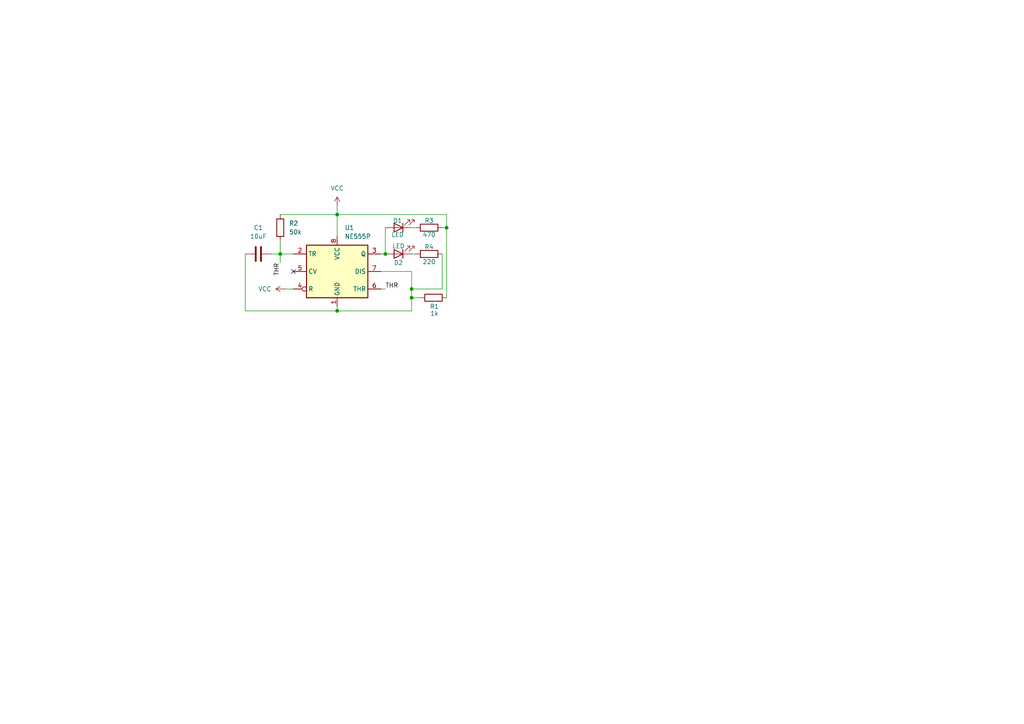
<source format=kicad_sch>
(kicad_sch (version 20231120) (generator "eeschema") (generator_version "8.0")
  (paper "A4")
  (lib_symbols
    (symbol "Device:C" (pin_numbers hide) (pin_names (offset 0.254))
      (property "Reference" "C" (at 0.635 2.54 0))
      (property "Value" "C" (at 0.635 -2.54 0))
      (symbol "C_0_1"
        (polyline (pts (xy -2.032 -0.762) (xy 2.032 -0.762)) (stroke (width 0.508)))
        (polyline (pts (xy -2.032 0.762) (xy 2.032 0.762)) (stroke (width 0.508)))
      )
      (symbol "C_1_1"
        (pin passive line (at 0 3.81 270) (length 2.794) (name "~") (number "1"))
        (pin passive line (at 0 -3.81 90) (length 2.794) (name "~") (number "2"))
      )
    )
    (symbol "Device:LED" (pin_numbers hide) (pin_names (offset 1.016) hide)
      (property "Reference" "D" (at 0 2.54 0))
      (property "Value" "LED" (at 0 -2.54 0))
      (symbol "LED_0_1"
        (polyline (pts (xy -1.27 -1.27) (xy -1.27 1.27)) (stroke (width 0.254)))
        (polyline (pts (xy -1.27 0) (xy 1.27 0)))
        (polyline (pts (xy 1.27 -1.27) (xy 1.27 1.27) (xy -1.27 0) (xy 1.27 -1.27)) (stroke (width 0.254)))
        (polyline (pts (xy -3.048 -0.762) (xy -4.572 -2.286) (xy -3.81 -2.286) (xy -4.572 -2.286) (xy -4.572 -1.524)))
        (polyline (pts (xy -1.778 -0.762) (xy -3.302 -2.286) (xy -2.54 -2.286) (xy -3.302 -2.286) (xy -3.302 -1.524)))
      )
      (symbol "LED_1_1"
        (pin passive line (at -3.81 0 0) (length 2.54) (name "K") (number "1"))
        (pin passive line (at 3.81 0 180) (length 2.54) (name "A") (number "2"))
      )
    )
    (symbol "Device:R" (pin_numbers hide) (pin_names (offset 0))
      (property "Reference" "R" (at 2.032 0 90))
      (property "Value" "R" (at 0 0 90))
      (symbol "R_0_1"
        (rectangle (start -1.016 -2.54) (end 1.016 2.54) (stroke (width 0.254)))
      )
      (symbol "R_1_1"
        (pin passive line (at 0 3.81 270) (length 1.27) (name "~") (number "1"))
        (pin passive line (at 0 -3.81 90) (length 1.27) (name "~") (number "2"))
      )
    )
    (symbol "Timer:NE555P"
      (property "Reference" "U" (at -10.16 8.89 0))
      (property "Value" "NE555P" (at 2.54 8.89 0))
      (symbol "NE555P_0_0"
        (pin power_in line (at 0 -10.16 90) (length 2.54) (name "GND") (number "1"))
        (pin power_in line (at 0 10.16 270) (length 2.54) (name "VCC") (number "8"))
      )
      (symbol "NE555P_0_1"
        (rectangle (start -8.89 -7.62) (end 8.89 7.62) (stroke (width 0.254)) (fill (type background)))
        (rectangle (start -8.89 -7.62) (end 8.89 7.62) (stroke (width 0.254)) (fill (type background)))
      )
      (symbol "NE555P_1_1"
        (pin input line (at -12.7 5.08 0) (length 3.81) (name "TR") (number "2"))
        (pin output line (at 12.7 5.08 180) (length 3.81) (name "Q") (number "3"))
        (pin input inverted (at -12.7 -5.08 0) (length 3.81) (name "R") (number "4"))
        (pin input line (at -12.7 0 0) (length 3.81) (name "CV") (number "5"))
        (pin input line (at 12.7 -5.08 180) (length 3.81) (name "THR") (number "6"))
        (pin input line (at 12.7 0 180) (length 3.81) (name "DIS") (number "7"))
      )
    )
    (symbol "power:VCC" (power) (pin_numbers hide) (pin_names (offset 0) hide)
      (property "Value" "VCC" (at 0 3.556 0))
      (symbol "VCC_0_1"
        (polyline (pts (xy -0.762 1.27) (xy 0 2.54)))
        (polyline (pts (xy 0 0) (xy 0 2.54)))
        (polyline (pts (xy 0 2.54) (xy 0.762 1.27)))
      )
      (symbol "VCC_1_1"
        (pin power_in line (at 0 0 90) (length 0) (name "~") (number "1"))
      )
    )
  )
  (junction (at 111.76 73.66))
  (junction (at 119.38 86.36))
  (junction (at 97.79 90.17))
  (junction (at 81.28 73.66))
  (junction (at 97.79 62.23))
  (junction (at 129.54 66.04))
  (junction (at 119.38 83.82))
  (no_connect (at 85.09 78.74))
  (wire (pts (xy 119.38 78.74) (xy 119.38 83.82)))
  (wire (pts (xy 119.38 86.36) (xy 119.38 90.17)))
  (wire (pts (xy 78.74 73.66) (xy 81.28 73.66)))
  (wire (pts (xy 81.28 62.23) (xy 97.79 62.23)))
  (wire (pts (xy 97.79 90.17) (xy 71.12 90.17)))
  (wire (pts (xy 119.38 83.82) (xy 119.38 86.36)))
  (wire (pts (xy 119.38 66.04) (xy 120.65 66.04)))
  (wire (pts (xy 121.92 86.36) (xy 119.38 86.36)))
  (wire (pts (xy 110.49 78.74) (xy 119.38 78.74)))
  (wire (pts (xy 129.54 62.23) (xy 129.54 66.04)))
  (wire (pts (xy 111.76 66.04) (xy 111.76 73.66)))
  (wire (pts (xy 129.54 62.23) (xy 97.79 62.23)))
  (wire (pts (xy 81.28 73.66) (xy 85.09 73.66)))
  (wire (pts (xy 97.79 90.17) (xy 97.79 88.9)))
  (wire (pts (xy 110.49 73.66) (xy 111.76 73.66)))
  (wire (pts (xy 110.49 83.82) (xy 111.76 83.82)))
  (wire (pts (xy 128.27 66.04) (xy 129.54 66.04)))
  (wire (pts (xy 81.28 73.66) (xy 81.28 76.2)))
  (wire (pts (xy 97.79 59.69) (xy 97.79 62.23)))
  (wire (pts (xy 129.54 66.04) (xy 129.54 86.36)))
  (wire (pts (xy 119.38 73.66) (xy 120.65 73.66)))
  (wire (pts (xy 81.28 69.85) (xy 81.28 73.66)))
  (wire (pts (xy 128.27 73.66) (xy 128.27 83.82)))
  (wire (pts (xy 82.55 83.82) (xy 85.09 83.82)))
  (wire (pts (xy 119.38 90.17) (xy 97.79 90.17)))
  (wire (pts (xy 71.12 90.17) (xy 71.12 73.66)))
  (wire (pts (xy 128.27 83.82) (xy 119.38 83.82)))
  (wire (pts (xy 97.79 62.23) (xy 97.79 68.58)))
  (label "THR" (at 111.76 83.82 0))
  (label "THR" (at 81.28 76.2 270))
  (symbol (lib_id "Device:R") (at 124.46 73.66 90) (unit 1)
    (property "Reference" "R4" (at 124.46 71.628 90))
    (property "Value" "220" (at 124.46 75.946 90))
    (property "Footprint" "Resistor_THT:R_Axial_DIN0204_L3.6mm_D1.6mm_P7.62mm_Horizontal" (effects (hide yes)))
    (property "Description" "Resistor" (effects (hide yes)))
  )
  (symbol (lib_id "power:VCC") (at 97.79 59.69 0) (unit 1)
    (property "Reference" "#PWR02" (effects (hide yes)))
    (property "Value" "VCC" (at 97.79 54.61 0))
    (property "Description" "Power symbol creates a global label with name \"VCC\"" (effects (hide yes)))
  )
  (symbol (lib_id "Device:R") (at 124.46 66.04 270) (unit 1)
    (property "Reference" "R3" (at 124.46 64.008 90))
    (property "Value" "470" (at 124.46 68.072 90))
    (property "Footprint" "Resistor_THT:R_Axial_DIN0204_L3.6mm_D1.6mm_P7.62mm_Horizontal" (effects (hide yes)))
    (property "Description" "Resistor" (effects (hide yes)))
  )
  (symbol (lib_id "Device:LED") (at 115.57 66.04 180) (unit 1)
    (property "Reference" "D1" (at 115.316 64.008 0))
    (property "Value" "LED" (at 115.316 68.072 0))
    (property "Footprint" "LED_THT:LED_D3.0mm_Horizontal_O1.27mm_Z10.0mm" (effects (hide yes)))
    (property "Description" "Light emitting diode" (effects (hide yes)))
  )
  (symbol (lib_id "Device:R") (at 125.73 86.36 90) (unit 1)
    (property "Reference" "R1" (at 125.984 88.9 90))
    (property "Value" "1k" (at 125.984 90.932 90))
    (property "Footprint" "Resistor_THT:R_Axial_DIN0204_L3.6mm_D1.6mm_P7.62mm_Horizontal" (effects (hide yes)))
    (property "Description" "Resistor" (effects (hide yes)))
  )
  (symbol (lib_id "Device:C") (at 74.93 73.66 270) (unit 1)
    (property "Reference" "C1" (at 74.93 66.04 90))
    (property "Value" "10uF" (at 74.93 68.58 90))
    (property "Footprint" "Capacitor_THT:CP_Radial_D8.0mm_P3.80mm" (effects (hide yes)))
    (property "Description" "Unpolarized capacitor" (effects (hide yes)))
  )
  (symbol (lib_id "Device:R") (at 81.28 66.04 180) (unit 1)
    (property "Reference" "R2" (at 83.82 64.7699 0) (effects (justify right)))
    (property "Value" "50k" (at 83.82 67.3099 0) (effects (justify right)))
    (property "Footprint" "Resistor_THT:R_Axial_DIN0204_L3.6mm_D1.6mm_P7.62mm_Horizontal" (effects (hide yes)))
    (property "Description" "Resistor" (effects (hide yes)))
  )
  (symbol (lib_id "Timer:NE555P") (at 97.79 78.74 0) (unit 1)
    (property "Reference" "U1" (at 99.9841 66.04 0) (effects (justify left)))
    (property "Value" "NE555P" (at 99.9841 68.58 0) (effects (justify left)))
    (property "Footprint" "Package_DIP:DIP-8_W7.62mm" (effects (hide yes)))
    (property "Datasheet" "http://www.ti.com/lit/ds/symlink/ne555.pdf" (effects (hide yes)))
    (property "Description" "Precision Timers, 555 compatible,  PDIP-8" (effects (hide yes)))
  )
  (symbol (lib_id "Device:LED") (at 115.57 73.66 180) (unit 1)
    (property "Reference" "D2" (at 115.57 76.2 0))
    (property "Value" "LED" (at 115.57 71.374 0))
    (property "Footprint" "LED_THT:LED_D3.0mm_Horizontal_O1.27mm_Z10.0mm" (effects (hide yes)))
    (property "Description" "Light emitting diode" (effects (hide yes)))
  )
  (symbol (lib_id "power:VCC") (at 82.55 83.82 90) (unit 1)
    (property "Reference" "#PWR01" (effects (hide yes)))
    (property "Value" "VCC" (at 78.74 83.8199 90) (effects (justify left)))
    (property "Description" "Power symbol creates a global label with name \"VCC\"" (effects (hide yes)))
  )
)
</source>
